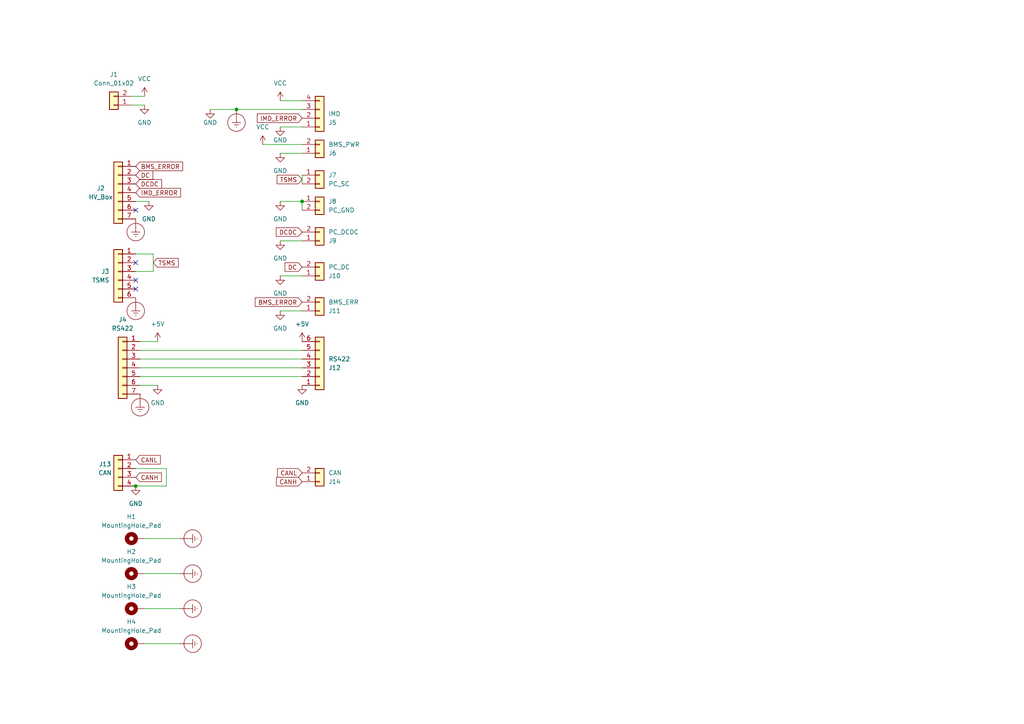
<source format=kicad_sch>
(kicad_sch (version 20230121) (generator eeschema)
  (paper "A4")
  (lib_symbols
    (symbol "Connector_Generic:Conn_01x02" (pin_names (offset 1.016) hide)
      (property "Reference" "J" (at 0 2.54 0))
      (property "Value" "Conn_01x02" (at 0 -5.08 0))
      (symbol "Conn_01x02_1_1"
        (rectangle (start -1.27 -2.413) (end 0 -2.667) (stroke (width 0.1524)))
        (rectangle (start -1.27 0.127) (end 0 -0.127) (stroke (width 0.1524)))
        (rectangle (start -1.27 1.27) (end 1.27 -3.81) (stroke (width 0.254)) (fill (type background)))
        (pin passive line (at -5.08 0 0) (length 3.81) (name "Pin_1") (number "1"))
        (pin passive line (at -5.08 -2.54 0) (length 3.81) (name "Pin_2") (number "2"))
      )
    )
    (symbol "Connector_Generic:Conn_01x04" (pin_names (offset 1.016) hide)
      (property "Reference" "J" (at 0 5.08 0))
      (property "Value" "Conn_01x04" (at 0 -7.62 0))
      (symbol "Conn_01x04_1_1"
        (rectangle (start -1.27 -4.953) (end 0 -5.207) (stroke (width 0.1524)))
        (rectangle (start -1.27 -2.413) (end 0 -2.667) (stroke (width 0.1524)))
        (rectangle (start -1.27 0.127) (end 0 -0.127) (stroke (width 0.1524)))
        (rectangle (start -1.27 2.667) (end 0 2.413) (stroke (width 0.1524)))
        (rectangle (start -1.27 3.81) (end 1.27 -6.35) (stroke (width 0.254)) (fill (type background)))
        (pin passive line (at -5.08 2.54 0) (length 3.81) (name "Pin_1") (number "1"))
        (pin passive line (at -5.08 0 0) (length 3.81) (name "Pin_2") (number "2"))
        (pin passive line (at -5.08 -2.54 0) (length 3.81) (name "Pin_3") (number "3"))
        (pin passive line (at -5.08 -5.08 0) (length 3.81) (name "Pin_4") (number "4"))
      )
    )
    (symbol "Connector_Generic:Conn_01x06" (pin_names (offset 1.016) hide)
      (property "Reference" "J" (at 0 7.62 0))
      (property "Value" "Conn_01x06" (at 0 -10.16 0))
      (symbol "Conn_01x06_1_1"
        (rectangle (start -1.27 -7.493) (end 0 -7.747) (stroke (width 0.1524)))
        (rectangle (start -1.27 -4.953) (end 0 -5.207) (stroke (width 0.1524)))
        (rectangle (start -1.27 -2.413) (end 0 -2.667) (stroke (width 0.1524)))
        (rectangle (start -1.27 0.127) (end 0 -0.127) (stroke (width 0.1524)))
        (rectangle (start -1.27 2.667) (end 0 2.413) (stroke (width 0.1524)))
        (rectangle (start -1.27 5.207) (end 0 4.953) (stroke (width 0.1524)))
        (rectangle (start -1.27 6.35) (end 1.27 -8.89) (stroke (width 0.254)) (fill (type background)))
        (pin passive line (at -5.08 5.08 0) (length 3.81) (name "Pin_1") (number "1"))
        (pin passive line (at -5.08 2.54 0) (length 3.81) (name "Pin_2") (number "2"))
        (pin passive line (at -5.08 0 0) (length 3.81) (name "Pin_3") (number "3"))
        (pin passive line (at -5.08 -2.54 0) (length 3.81) (name "Pin_4") (number "4"))
        (pin passive line (at -5.08 -5.08 0) (length 3.81) (name "Pin_5") (number "5"))
        (pin passive line (at -5.08 -7.62 0) (length 3.81) (name "Pin_6") (number "6"))
      )
    )
    (symbol "Connector_Generic:Conn_01x07" (pin_names (offset 1.016) hide)
      (property "Reference" "J" (at 0 10.16 0))
      (property "Value" "Conn_01x07" (at 0 -10.16 0))
      (symbol "Conn_01x07_1_1"
        (rectangle (start -1.27 -7.493) (end 0 -7.747) (stroke (width 0.1524)))
        (rectangle (start -1.27 -4.953) (end 0 -5.207) (stroke (width 0.1524)))
        (rectangle (start -1.27 -2.413) (end 0 -2.667) (stroke (width 0.1524)))
        (rectangle (start -1.27 0.127) (end 0 -0.127) (stroke (width 0.1524)))
        (rectangle (start -1.27 2.667) (end 0 2.413) (stroke (width 0.1524)))
        (rectangle (start -1.27 5.207) (end 0 4.953) (stroke (width 0.1524)))
        (rectangle (start -1.27 7.747) (end 0 7.493) (stroke (width 0.1524)))
        (rectangle (start -1.27 8.89) (end 1.27 -8.89) (stroke (width 0.254)) (fill (type background)))
        (pin passive line (at -5.08 7.62 0) (length 3.81) (name "Pin_1") (number "1"))
        (pin passive line (at -5.08 5.08 0) (length 3.81) (name "Pin_2") (number "2"))
        (pin passive line (at -5.08 2.54 0) (length 3.81) (name "Pin_3") (number "3"))
        (pin passive line (at -5.08 0 0) (length 3.81) (name "Pin_4") (number "4"))
        (pin passive line (at -5.08 -2.54 0) (length 3.81) (name "Pin_5") (number "5"))
        (pin passive line (at -5.08 -5.08 0) (length 3.81) (name "Pin_6") (number "6"))
        (pin passive line (at -5.08 -7.62 0) (length 3.81) (name "Pin_7") (number "7"))
      )
    )
    (symbol "Mechanical:MountingHole_Pad" (pin_numbers hide) (pin_names (offset 1.016) hide)
      (property "Reference" "H" (at 0 6.35 0))
      (property "Value" "MountingHole_Pad" (at 0 4.445 0))
      (symbol "MountingHole_Pad_0_1"
        (circle (center 0 1.27) (radius 1.27) (stroke (width 1.27)))
      )
      (symbol "MountingHole_Pad_1_1"
        (pin input line (at 0 -2.54 90) (length 2.54) (name "1") (number "1"))
      )
    )
    (symbol "PCM_4ms_Power-symbol:GND" (power) (pin_names (offset 0))
      (property "Value" "GND" (at 0 -3.81 0))
      (symbol "GND_0_1"
        (polyline (pts (xy 0 0) (xy 0 -1.27) (xy 1.27 -1.27) (xy 0 -2.54) (xy -1.27 -1.27) (xy 0 -1.27)))
      )
      (symbol "GND_1_1"
        (pin power_in line (at 0 0 270) (length 0) hide (name "GND") (number "1"))
      )
    )
    (symbol "power:+5V" (power) (pin_names (offset 0))
      (property "Value" "+5V" (at 0 3.556 0))
      (symbol "+5V_0_1"
        (polyline (pts (xy -0.762 1.27) (xy 0 2.54)))
        (polyline (pts (xy 0 0) (xy 0 2.54)))
        (polyline (pts (xy 0 2.54) (xy 0.762 1.27)))
      )
      (symbol "+5V_1_1"
        (pin power_in line (at 0 0 90) (length 0) hide (name "+5V") (number "1"))
      )
    )
    (symbol "power:Earth_Protective" (power) (pin_names (offset 0))
      (symbol "Earth_Protective_0_1"
        (circle (center 0 -3.81) (radius 2.54))
        (polyline (pts (xy -0.635 -4.445) (xy 0.635 -4.445)))
        (polyline (pts (xy -0.127 -5.08) (xy 0.127 -5.08)))
        (polyline (pts (xy 0 -3.81) (xy 0 0)))
        (polyline (pts (xy 1.27 -3.81) (xy -1.27 -3.81)))
      )
      (symbol "Earth_Protective_1_1"
        (pin power_in line (at 0 0 270) (length 0) hide (name "Earth_Protective") (number "1"))
      )
    )
    (symbol "power:GND" (power) (pin_names (offset 0))
      (property "Value" "GND" (at 0 -3.81 0))
      (symbol "GND_0_1"
        (polyline (pts (xy 0 0) (xy 0 -1.27) (xy 1.27 -1.27) (xy 0 -2.54) (xy -1.27 -1.27) (xy 0 -1.27)))
      )
      (symbol "GND_1_1"
        (pin power_in line (at 0 0 270) (length 0) hide (name "GND") (number "1"))
      )
    )
    (symbol "power:VCC" (power) (pin_names (offset 0))
      (property "Value" "VCC" (at 0 3.81 0))
      (symbol "VCC_0_1"
        (polyline (pts (xy -0.762 1.27) (xy 0 2.54)))
        (polyline (pts (xy 0 0) (xy 0 2.54)))
        (polyline (pts (xy 0 2.54) (xy 0.762 1.27)))
      )
      (symbol "VCC_1_1"
        (pin power_in line (at 0 0 90) (length 0) hide (name "VCC") (number "1"))
      )
    )
  )
  (junction (at 68.58 31.75))
  (junction (at 39.37 140.97))
  (junction (at 87.63 58.42))
  (no_connect (at 39.37 81.28))
  (no_connect (at 39.37 76.2))
  (no_connect (at 39.37 83.82))
  (no_connect (at 39.37 60.96))
  (wire (pts (xy 81.28 58.42) (xy 87.63 58.42)))
  (wire (pts (xy 60.96 31.75) (xy 68.58 31.75)))
  (wire (pts (xy 40.64 106.68) (xy 87.63 106.68)))
  (wire (pts (xy 39.37 135.89) (xy 48.26 135.89)))
  (wire (pts (xy 81.28 44.45) (xy 87.63 44.45)))
  (wire (pts (xy 81.28 69.85) (xy 87.63 69.85)))
  (wire (pts (xy 81.28 80.01) (xy 87.63 80.01)))
  (wire (pts (xy 44.45 73.66) (xy 44.45 78.74)))
  (wire (pts (xy 40.64 101.6) (xy 87.63 101.6)))
  (wire (pts (xy 48.26 135.89) (xy 48.26 140.97)))
  (wire (pts (xy 81.28 29.21) (xy 87.63 29.21)))
  (wire (pts (xy 87.63 58.42) (xy 87.63 60.96)))
  (wire (pts (xy 40.64 104.14) (xy 87.63 104.14)))
  (wire (pts (xy 52.07 176.53) (xy 41.91 176.53)))
  (wire (pts (xy 76.2 41.91) (xy 87.63 41.91)))
  (wire (pts (xy 39.37 78.74) (xy 44.45 78.74)))
  (wire (pts (xy 44.45 73.66) (xy 39.37 73.66)))
  (wire (pts (xy 38.1 30.48) (xy 41.91 30.48)))
  (wire (pts (xy 38.1 27.94) (xy 41.91 27.94)))
  (wire (pts (xy 52.07 156.21) (xy 41.91 156.21)))
  (wire (pts (xy 68.58 31.75) (xy 87.63 31.75)))
  (wire (pts (xy 81.28 36.83) (xy 87.63 36.83)))
  (wire (pts (xy 40.64 111.76) (xy 45.72 111.76)))
  (wire (pts (xy 81.28 90.17) (xy 87.63 90.17)))
  (wire (pts (xy 87.63 50.8) (xy 87.63 53.34)))
  (wire (pts (xy 52.07 166.37) (xy 41.91 166.37)))
  (wire (pts (xy 52.07 186.69) (xy 41.91 186.69)))
  (wire (pts (xy 40.64 109.22) (xy 87.63 109.22)))
  (wire (pts (xy 40.64 99.06) (xy 45.72 99.06)))
  (wire (pts (xy 39.37 58.42) (xy 43.18 58.42)))
  (wire (pts (xy 48.26 140.97) (xy 39.37 140.97)))
  (global_label "BMS_ERROR" (shape input) (at 39.37 48.26 0) (property "Intersheetrefs" "${INTERSHEET_REFS}" (effects hide)))
  (global_label "TSMS" (shape input) (at 44.45 76.2 0) (property "Intersheetrefs" "${INTERSHEET_REFS}" (effects hide)))
  (global_label "DC" (shape input) (at 39.37 50.8 0) (property "Intersheetrefs" "${INTERSHEET_REFS}" (effects hide)))
  (global_label "DC" (shape input) (at 87.63 77.47 180) (property "Intersheetrefs" "${INTERSHEET_REFS}" (effects hide)))
  (global_label "IMD_ERROR" (shape input) (at 87.63 34.29 180) (property "Intersheetrefs" "${INTERSHEET_REFS}" (effects hide)))
  (global_label "CANL" (shape input) (at 39.37 133.35 0) (property "Intersheetrefs" "${INTERSHEET_REFS}" (effects hide)))
  (global_label "CANL" (shape input) (at 87.63 137.16 180) (property "Intersheetrefs" "${INTERSHEET_REFS}" (effects hide)))
  (global_label "CANH" (shape input) (at 39.37 138.43 0) (property "Intersheetrefs" "${INTERSHEET_REFS}" (effects hide)))
  (global_label "CANH" (shape input) (at 87.63 139.7 180) (property "Intersheetrefs" "${INTERSHEET_REFS}" (effects hide)))
  (global_label "TSMS" (shape input) (at 87.63 52.07 180) (property "Intersheetrefs" "${INTERSHEET_REFS}" (effects hide)))
  (global_label "DCDC" (shape input) (at 87.63 67.31 180) (property "Intersheetrefs" "${INTERSHEET_REFS}" (effects hide)))
  (global_label "BMS_ERROR" (shape input) (at 87.63 87.63 180) (property "Intersheetrefs" "${INTERSHEET_REFS}" (effects hide)))
  (global_label "DCDC" (shape input) (at 39.37 53.34 0) (property "Intersheetrefs" "${INTERSHEET_REFS}" (effects hide)))
  (global_label "IMD_ERROR" (shape input) (at 39.37 55.88 0) (property "Intersheetrefs" "${INTERSHEET_REFS}" (effects hide)))
  (symbol (lib_id "power:+5V") (at 87.63 99.06 0) (unit 1)
    (property "Reference" "#PWR017" (effects hide))
    (property "Value" "+5V" (at 87.63 93.98 0))
  )
  (symbol (lib_id "power:Earth_Protective") (at 52.07 166.37 90) (unit 1)
    (property "Reference" "#PWR023" (effects hide))
    (property "Value" "Earth_Protective" (effects hide))
  )
  (symbol (lib_id "Connector_Generic:Conn_01x02") (at 92.71 44.45 0) (mirror x) (unit 1)
    (property "Reference" "J6" (at 95.25 44.45 0) (effects (justify left)))
    (property "Value" "BMS_PWR" (at 95.25 41.91 0) (effects (justify left)))
    (property "Footprint" "Connector_JST:JST_XH_B2B-XH-A_1x02_P2.50mm_Vertical" (effects hide))
  )
  (symbol (lib_id "power:+5V") (at 45.72 99.06 0) (unit 1)
    (property "Reference" "#PWR019" (effects hide))
    (property "Value" "+5V" (at 45.72 93.98 0))
  )
  (symbol (lib_id "Mechanical:MountingHole_Pad") (at 39.37 156.21 90) (unit 1)
    (property "Reference" "H1" (at 38.1 149.86 90))
    (property "Value" "MountingHole_Pad" (at 38.1 152.4 90))
    (property "Footprint" "MountingHole:MountingHole_4.3mm_M4_DIN965_Pad_TopBottom" (effects hide))
  )
  (symbol (lib_id "power:Earth_Protective") (at 52.07 176.53 90) (unit 1)
    (property "Reference" "#PWR024" (effects hide))
    (property "Value" "Earth_Protective" (effects hide))
  )
  (symbol (lib_id "PCM_4ms_Power-symbol:GND") (at 81.28 69.85 0) (unit 1)
    (property "Reference" "#PWR08" (effects hide))
    (property "Value" "GND" (at 81.28 74.93 0))
  )
  (symbol (lib_id "PCM_4ms_Power-symbol:GND") (at 81.28 36.83 0) (unit 1)
    (property "Reference" "#PWR013" (effects hide))
    (property "Value" "GND" (at 81.28 40.64 0))
  )
  (symbol (lib_id "Connector_Generic:Conn_01x06") (at 92.71 106.68 0) (mirror x) (unit 1)
    (property "Reference" "J12" (at 95.25 106.68 0) (effects (justify left)))
    (property "Value" "RS422" (at 95.25 104.14 0) (effects (justify left)))
    (property "Footprint" "Connector_JST:JST_XH_B6B-XH-A_1x06_P2.50mm_Vertical" (effects hide))
  )
  (symbol (lib_id "Connector_Generic:Conn_01x02") (at 92.71 139.7 0) (mirror x) (unit 1)
    (property "Reference" "J14" (at 95.25 139.7 0) (effects (justify left)))
    (property "Value" "CAN" (at 95.25 137.16 0) (effects (justify left)))
    (property "Footprint" "Connector_JST:JST_XH_B2B-XH-A_1x02_P2.50mm_Vertical" (effects hide))
  )
  (symbol (lib_id "PCM_4ms_Power-symbol:GND") (at 45.72 111.76 0) (unit 1)
    (property "Reference" "#PWR018" (effects hide))
    (property "Value" "GND" (at 45.72 116.84 0))
  )
  (symbol (lib_id "PCM_4ms_Power-symbol:GND") (at 81.28 58.42 0) (unit 1)
    (property "Reference" "#PWR06" (effects hide))
    (property "Value" "GND" (at 81.28 63.5 0))
  )
  (symbol (lib_id "Connector_Generic:Conn_01x07") (at 35.56 106.68 0) (mirror y) (unit 1)
    (property "Reference" "J4" (at 35.56 92.71 0))
    (property "Value" "RS422" (at 35.56 95.25 0))
    (property "Footprint" "Personal:M8 5-6P w Ground" (effects hide))
  )
  (symbol (lib_id "Connector_Generic:Conn_01x06") (at 34.29 78.74 0) (mirror y) (unit 1)
    (property "Reference" "J3" (at 31.75 78.74 0) (effects (justify left)))
    (property "Value" "TSMS" (at 31.75 81.28 0) (effects (justify left)))
    (property "Footprint" "Personal:M12 2-5P w Ground" (effects hide))
  )
  (symbol (lib_id "PCM_4ms_Power-symbol:GND") (at 81.28 90.17 0) (unit 1)
    (property "Reference" "#PWR010" (effects hide))
    (property "Value" "GND" (at 81.28 95.25 0))
  )
  (symbol (lib_id "Connector_Generic:Conn_01x04") (at 34.29 135.89 0) (mirror y) (unit 1)
    (property "Reference" "J13" (at 30.48 134.62 0))
    (property "Value" "CAN" (at 30.48 137.16 0))
    (property "Footprint" "Personal:M8 3P w Ground" (effects hide))
  )
  (symbol (lib_id "power:Earth_Protective") (at 52.07 156.21 90) (unit 1)
    (property "Reference" "#PWR022" (effects hide))
    (property "Value" "Earth_Protective" (effects hide))
  )
  (symbol (lib_id "PCM_4ms_Power-symbol:GND") (at 81.28 80.01 0) (unit 1)
    (property "Reference" "#PWR09" (effects hide))
    (property "Value" "GND" (at 81.28 85.09 0))
  )
  (symbol (lib_id "Connector_Generic:Conn_01x02") (at 92.71 50.8 0) (unit 1)
    (property "Reference" "J7" (at 95.25 50.8 0) (effects (justify left)))
    (property "Value" "PC_SC" (at 95.25 53.34 0) (effects (justify left)))
    (property "Footprint" "Connector_JST:JST_XH_B2B-XH-A_1x02_P2.50mm_Vertical" (effects hide))
  )
  (symbol (lib_id "PCM_4ms_Power-symbol:GND") (at 60.96 31.75 0) (unit 1)
    (property "Reference" "#PWR021" (effects hide))
    (property "Value" "GND" (at 60.96 35.56 0))
  )
  (symbol (lib_id "power:GND") (at 39.37 140.97 0) (unit 1)
    (property "Reference" "#PWR04" (effects hide))
    (property "Value" "GND" (at 39.37 146.05 0))
  )
  (symbol (lib_id "PCM_4ms_Power-symbol:GND") (at 41.91 30.48 0) (unit 1)
    (property "Reference" "#PWR05" (effects hide))
    (property "Value" "GND" (at 41.91 35.56 0))
  )
  (symbol (lib_id "PCM_4ms_Power-symbol:GND") (at 87.63 111.76 0) (unit 1)
    (property "Reference" "#PWR016" (effects hide))
    (property "Value" "GND" (at 87.63 116.84 0))
  )
  (symbol (lib_id "power:Earth_Protective") (at 39.37 63.5 0) (unit 1)
    (property "Reference" "#PWR03" (effects hide))
    (property "Value" "Earth_Protective" (effects hide))
  )
  (symbol (lib_id "Connector_Generic:Conn_01x07") (at 34.29 55.88 0) (mirror y) (unit 1)
    (property "Reference" "J2" (at 29.21 54.61 0))
    (property "Value" "HV_Box" (at 29.21 57.15 0))
    (property "Footprint" "Personal:M8 5-6P w Ground" (effects hide))
  )
  (symbol (lib_id "power:Earth_Protective") (at 39.37 86.36 0) (unit 1)
    (property "Reference" "#PWR02" (effects hide))
    (property "Value" "Earth_Protective" (effects hide))
  )
  (symbol (lib_id "power:VCC") (at 81.28 29.21 0) (unit 1)
    (property "Reference" "#PWR014" (effects hide))
    (property "Value" "VCC" (at 81.28 24.13 0))
  )
  (symbol (lib_id "power:VCC") (at 76.2 41.91 0) (unit 1)
    (property "Reference" "#PWR020" (effects hide))
    (property "Value" "VCC" (at 76.2 36.83 0))
  )
  (symbol (lib_id "Mechanical:MountingHole_Pad") (at 39.37 186.69 90) (unit 1)
    (property "Reference" "H4" (at 38.1 180.34 90))
    (property "Value" "MountingHole_Pad" (at 38.1 182.88 90))
    (property "Footprint" "MountingHole:MountingHole_4.3mm_M4_DIN965_Pad_TopBottom" (effects hide))
  )
  (symbol (lib_id "PCM_4ms_Power-symbol:GND") (at 81.28 44.45 0) (unit 1)
    (property "Reference" "#PWR07" (effects hide))
    (property "Value" "GND" (at 81.28 49.53 0))
  )
  (symbol (lib_id "Connector_Generic:Conn_01x02") (at 33.02 30.48 180) (unit 1)
    (property "Reference" "J1" (at 33.02 21.59 0))
    (property "Value" "Conn_01x02" (at 33.02 24.13 0))
    (property "Footprint" "Connector_JST:JST_VH_B2P-VH-B_1x02_P3.96mm_Vertical" (effects hide))
  )
  (symbol (lib_id "PCM_4ms_Power-symbol:GND") (at 43.18 58.42 0) (unit 1)
    (property "Reference" "#PWR011" (effects hide))
    (property "Value" "GND" (at 43.18 63.5 0))
  )
  (symbol (lib_id "Connector_Generic:Conn_01x02") (at 92.71 90.17 0) (mirror x) (unit 1)
    (property "Reference" "J11" (at 95.25 90.17 0) (effects (justify left)))
    (property "Value" "BMS_ERR" (at 95.25 87.63 0) (effects (justify left)))
    (property "Footprint" "Connector_JST:JST_XH_B2B-XH-A_1x02_P2.50mm_Vertical" (effects hide))
  )
  (symbol (lib_id "power:Earth_Protective") (at 40.64 114.3 0) (unit 1)
    (property "Reference" "#PWR01" (effects hide))
    (property "Value" "Earth_Protective" (effects hide))
  )
  (symbol (lib_id "power:VCC") (at 41.91 27.94 0) (unit 1)
    (property "Reference" "#PWR012" (effects hide))
    (property "Value" "VCC" (at 41.91 22.86 0))
  )
  (symbol (lib_id "Connector_Generic:Conn_01x04") (at 92.71 34.29 0) (mirror x) (unit 1)
    (property "Reference" "J5" (at 95.25 35.56 0) (effects (justify left)))
    (property "Value" "IMD" (at 95.25 33.02 0) (effects (justify left)))
    (property "Footprint" "Connector_JST:JST_XH_B4B-XH-A_1x04_P2.50mm_Vertical" (effects hide))
  )
  (symbol (lib_id "Connector_Generic:Conn_01x02") (at 92.71 80.01 0) (mirror x) (unit 1)
    (property "Reference" "J10" (at 95.25 80.01 0) (effects (justify left)))
    (property "Value" "PC_DC" (at 95.25 77.47 0) (effects (justify left)))
    (property "Footprint" "Connector_JST:JST_XH_B2B-XH-A_1x02_P2.50mm_Vertical" (effects hide))
  )
  (symbol (lib_id "power:Earth_Protective") (at 52.07 186.69 90) (unit 1)
    (property "Reference" "#PWR025" (effects hide))
    (property "Value" "Earth_Protective" (effects hide))
  )
  (symbol (lib_id "Connector_Generic:Conn_01x02") (at 92.71 58.42 0) (unit 1)
    (property "Reference" "J8" (at 95.25 58.42 0) (effects (justify left)))
    (property "Value" "PC_GND" (at 95.25 60.96 0) (effects (justify left)))
    (property "Footprint" "Connector_JST:JST_XH_B2B-XH-A_1x02_P2.50mm_Vertical" (effects hide))
  )
  (symbol (lib_id "power:Earth_Protective") (at 68.58 31.75 0) (unit 1)
    (property "Reference" "#PWR015" (effects hide))
    (property "Value" "Earth_Protective" (effects hide))
  )
  (symbol (lib_id "Mechanical:MountingHole_Pad") (at 39.37 176.53 90) (unit 1)
    (property "Reference" "H3" (at 38.1 170.18 90))
    (property "Value" "MountingHole_Pad" (at 38.1 172.72 90))
    (property "Footprint" "MountingHole:MountingHole_4.3mm_M4_DIN965_Pad_TopBottom" (effects hide))
  )
  (symbol (lib_id "Connector_Generic:Conn_01x02") (at 92.71 69.85 0) (mirror x) (unit 1)
    (property "Reference" "J9" (at 95.25 69.85 0) (effects (justify left)))
    (property "Value" "PC_DCDC" (at 95.25 67.31 0) (effects (justify left)))
    (property "Footprint" "Connector_JST:JST_XH_B2B-XH-A_1x02_P2.50mm_Vertical" (effects hide))
  )
  (symbol (lib_id "Mechanical:MountingHole_Pad") (at 39.37 166.37 90) (unit 1)
    (property "Reference" "H2" (at 38.1 160.02 90))
    (property "Value" "MountingHole_Pad" (at 38.1 162.56 90))
    (property "Footprint" "MountingHole:MountingHole_4.3mm_M4_DIN965_Pad_TopBottom" (effects hide))
  )
)
</source>
